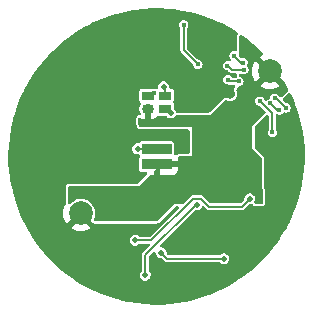
<source format=gbr>
%TF.GenerationSoftware,KiCad,Pcbnew,(6.0.1)*%
%TF.CreationDate,2023-03-20T17:09:28-07:00*%
%TF.ProjectId,NoteDetector,4e6f7465-4465-4746-9563-746f722e6b69,rev?*%
%TF.SameCoordinates,Original*%
%TF.FileFunction,Copper,L2,Bot*%
%TF.FilePolarity,Positive*%
%FSLAX46Y46*%
G04 Gerber Fmt 4.6, Leading zero omitted, Abs format (unit mm)*
G04 Created by KiCad (PCBNEW (6.0.1)) date 2023-03-20 17:09:28*
%MOMM*%
%LPD*%
G01*
G04 APERTURE LIST*
G04 Aperture macros list*
%AMRoundRect*
0 Rectangle with rounded corners*
0 $1 Rounding radius*
0 $2 $3 $4 $5 $6 $7 $8 $9 X,Y pos of 4 corners*
0 Add a 4 corners polygon primitive as box body*
4,1,4,$2,$3,$4,$5,$6,$7,$8,$9,$2,$3,0*
0 Add four circle primitives for the rounded corners*
1,1,$1+$1,$2,$3*
1,1,$1+$1,$4,$5*
1,1,$1+$1,$6,$7*
1,1,$1+$1,$8,$9*
0 Add four rect primitives between the rounded corners*
20,1,$1+$1,$2,$3,$4,$5,0*
20,1,$1+$1,$4,$5,$6,$7,0*
20,1,$1+$1,$6,$7,$8,$9,0*
20,1,$1+$1,$8,$9,$2,$3,0*%
G04 Aperture macros list end*
%TA.AperFunction,ComponentPad*%
%ADD10C,2.000000*%
%TD*%
%TA.AperFunction,SMDPad,CuDef*%
%ADD11RoundRect,0.090000X1.210000X0.360000X-1.210000X0.360000X-1.210000X-0.360000X1.210000X-0.360000X0*%
%TD*%
%TA.AperFunction,SMDPad,CuDef*%
%ADD12RoundRect,0.360000X0.140000X0.040000X-0.140000X0.040000X-0.140000X-0.040000X0.140000X-0.040000X0*%
%TD*%
%TA.AperFunction,SMDPad,CuDef*%
%ADD13R,1.000000X0.800000*%
%TD*%
%TA.AperFunction,ViaPad*%
%ADD14C,0.381000*%
%TD*%
%TA.AperFunction,ViaPad*%
%ADD15C,0.508000*%
%TD*%
%TA.AperFunction,ViaPad*%
%ADD16C,0.800000*%
%TD*%
%TA.AperFunction,Conductor*%
%ADD17C,0.152400*%
%TD*%
G04 APERTURE END LIST*
D10*
%TO.P,BT1,1,+*%
%TO.N,+BATT*%
X9599987Y7200017D03*
%TO.P,BT1,2,-*%
%TO.N,GND*%
X-6399991Y-4800011D03*
%TD*%
D11*
%TO.P,MK1,1,-*%
%TO.N,/Audio_raw*%
X0Y650000D03*
%TO.P,MK1,2,+*%
%TO.N,+BATT*%
X0Y-650000D03*
%TD*%
D12*
%TO.P,D1,1,A*%
%TO.N,+BATT*%
X-750000Y4050000D03*
D13*
%TO.P,D1,2,BK*%
%TO.N,Net-(C15-Pad1)*%
X750000Y4050000D03*
%TO.P,D1,3,GK*%
%TO.N,Net-(C14-Pad1)*%
X750000Y5150000D03*
%TO.P,D1,4,RK*%
%TO.N,Net-(C13-Pad1)*%
X-750000Y5150000D03*
%TD*%
D14*
%TO.N,GND*%
X-4200000Y1600000D03*
X-1850000Y2500000D03*
%TO.N,Net-(C13-Pad1)*%
X-208439Y5340929D03*
%TO.N,/PWM1*%
X2300000Y11150000D03*
X3500000Y7800000D03*
X6966200Y6350000D03*
X8740774Y4699918D03*
X6033800Y6500000D03*
X9800000Y2050000D03*
%TO.N,/PWM2*%
X6570346Y8529654D03*
X7327998Y7926019D03*
%TO.N,GND*%
X1450000Y8500000D03*
X-5800000Y5250000D03*
%TO.N,/PWM2*%
X9637382Y4496689D03*
X10403481Y3944173D03*
%TO.N,/PWM3*%
X10959202Y4111968D03*
X10000000Y4950000D03*
X7400000Y7350000D03*
X6000000Y7700000D03*
D15*
%TO.N,GND*%
X-2250000Y7900000D03*
D16*
X6224500Y5300000D03*
D15*
X2500000Y672334D03*
X7800000Y-6100000D03*
X3700000Y4000000D03*
D16*
X-8900000Y7950000D03*
D15*
%TO.N,+BATT*%
X-351116Y-5100000D03*
X5120300Y-3598080D03*
X6500000Y-3720300D03*
X6600000Y-2700000D03*
%TO.N,/Audio_In*%
X7894204Y-3574798D03*
X-1800000Y-7100000D03*
%TO.N,Net-(C6-Pad2)*%
X5700000Y-8650000D03*
X385746Y-8147003D03*
%TO.N,Net-(C7-Pad1)*%
X-950000Y-10050000D03*
X3400000Y-4100000D03*
%TO.N,/Audio_raw*%
X-1600000Y650000D03*
%TO.N,Net-(C14-Pad1)*%
X600000Y5900000D03*
%TO.N,Net-(C15-Pad1)*%
X1200000Y3700000D03*
%TD*%
D17*
%TO.N,/Audio_In*%
X4450000Y-4250000D02*
X7219002Y-4250000D01*
X3770289Y-3570289D02*
X4450000Y-4250000D01*
X-450000Y-7100000D02*
X3079711Y-3570289D01*
X3079711Y-3570289D02*
X3770289Y-3570289D01*
X-1800000Y-7100000D02*
X-450000Y-7100000D01*
X7219002Y-4250000D02*
X7894204Y-3574798D01*
%TO.N,Net-(C13-Pad1)*%
X-399368Y5150000D02*
X-208439Y5340929D01*
X-750000Y5150000D02*
X-399368Y5150000D01*
%TO.N,/PWM1*%
X2300000Y9000000D02*
X2300000Y11150000D01*
X3500000Y7800000D02*
X2300000Y9000000D01*
X6183800Y6350000D02*
X6033800Y6500000D01*
X6966200Y6350000D02*
X6183800Y6350000D01*
X9800000Y3012500D02*
X9800000Y3640692D01*
X9800000Y3640692D02*
X8740774Y4699918D01*
X9800000Y2050000D02*
X9800000Y3012500D01*
%TO.N,/PWM3*%
X6400000Y7350000D02*
X7400000Y7350000D01*
X6000000Y7700000D02*
X6050000Y7700000D01*
X6050000Y7700000D02*
X6400000Y7350000D01*
%TO.N,/PWM2*%
X7173981Y7926019D02*
X6570346Y8529654D01*
X7327998Y7926019D02*
X7173981Y7926019D01*
X10189898Y3944173D02*
X10403481Y3944173D01*
X9637382Y4496689D02*
X10189898Y3944173D01*
%TO.N,/PWM3*%
X10121170Y4950000D02*
X10959202Y4111968D01*
X10000000Y4950000D02*
X10121170Y4950000D01*
%TO.N,Net-(C6-Pad2)*%
X385746Y-8147003D02*
X888743Y-8650000D01*
X888743Y-8650000D02*
X5700000Y-8650000D01*
%TO.N,Net-(C7-Pad1)*%
X3300000Y-4100000D02*
X-950000Y-8350000D01*
X3400000Y-4100000D02*
X3300000Y-4100000D01*
X-950000Y-8350000D02*
X-950000Y-10050000D01*
%TO.N,/Audio_raw*%
X-1600000Y650000D02*
X0Y650000D01*
%TO.N,Net-(C14-Pad1)*%
X750000Y5750000D02*
X600000Y5900000D01*
X750000Y5150000D02*
X750000Y5750000D01*
%TO.N,Net-(C15-Pad1)*%
X850000Y4050000D02*
X1200000Y3700000D01*
X750000Y4050000D02*
X850000Y4050000D01*
%TD*%
%TA.AperFunction,Conductor*%
%TO.N,GND*%
G36*
X91116Y12547571D02*
G01*
X437748Y12535467D01*
X784389Y12523361D01*
X791394Y12522921D01*
X1482228Y12460050D01*
X1489214Y12459217D01*
X2175456Y12357882D01*
X2182386Y12356660D01*
X2861888Y12217178D01*
X2868738Y12215572D01*
X3539424Y12038369D01*
X3546174Y12036382D01*
X4205891Y11822027D01*
X4212520Y11819667D01*
X4859273Y11568808D01*
X4865759Y11566081D01*
X5067056Y11474769D01*
X5497482Y11279519D01*
X5503781Y11276447D01*
X6118549Y10955054D01*
X6124691Y10951621D01*
X6720528Y10596431D01*
X6726469Y10592661D01*
X6768125Y10564564D01*
X6824795Y10526340D01*
X6870084Y10471666D01*
X6878625Y10401186D01*
X6864302Y10360373D01*
X6828103Y10295657D01*
X6808101Y10227536D01*
X6800000Y10171190D01*
X6800000Y9036682D01*
X6779998Y8968561D01*
X6726342Y8922068D01*
X6654290Y8912233D01*
X6580139Y8923977D01*
X6570346Y8925528D01*
X6448014Y8906153D01*
X6337657Y8849923D01*
X6250077Y8762343D01*
X6193847Y8651986D01*
X6174472Y8529654D01*
X6193847Y8407322D01*
X6250077Y8296965D01*
X6269753Y8277289D01*
X6303779Y8214977D01*
X6298714Y8144162D01*
X6256167Y8087326D01*
X6189647Y8062515D01*
X6141671Y8072233D01*
X6140599Y8068933D01*
X6131166Y8071998D01*
X6122332Y8076499D01*
X6000000Y8095874D01*
X5877668Y8076499D01*
X5767311Y8020269D01*
X5679731Y7932689D01*
X5623501Y7822332D01*
X5604126Y7700000D01*
X5623501Y7577668D01*
X5679731Y7467311D01*
X5767311Y7379731D01*
X5877668Y7323501D01*
X5887461Y7321950D01*
X5990207Y7305677D01*
X6000000Y7304126D01*
X6003964Y7304754D01*
X6068941Y7285675D01*
X6089915Y7268772D01*
X6170544Y7188143D01*
X6171807Y7186680D01*
X6174013Y7182167D01*
X6182498Y7174296D01*
X6206928Y7151634D01*
X6210333Y7148354D01*
X6222542Y7136145D01*
X6226292Y7133573D01*
X6228282Y7131825D01*
X6249584Y7112065D01*
X6260392Y7107753D01*
X6266672Y7103783D01*
X6269578Y7102231D01*
X6276361Y7099225D01*
X6285956Y7092643D01*
X6307327Y7087572D01*
X6324930Y7082005D01*
X6337062Y7077164D01*
X6337065Y7077163D01*
X6345324Y7073868D01*
X6351117Y7073300D01*
X6354202Y7073300D01*
X6357269Y7073150D01*
X6357250Y7072770D01*
X6363312Y7072061D01*
X6363314Y7072098D01*
X6374927Y7071530D01*
X6386250Y7068843D01*
X6397779Y7070412D01*
X6397780Y7070412D01*
X6406515Y7071601D01*
X6410543Y7072149D01*
X6427533Y7073300D01*
X6678158Y7073300D01*
X6746279Y7053298D01*
X6792772Y6999642D01*
X6802875Y6929367D01*
X6800640Y6913824D01*
X6800639Y6913813D01*
X6800000Y6909367D01*
X6800000Y6845178D01*
X6800326Y6833766D01*
X6801147Y6819401D01*
X6802370Y6814140D01*
X6802371Y6814136D01*
X6802655Y6812914D01*
X6802624Y6812375D01*
X6803139Y6808793D01*
X6802413Y6808689D01*
X6798598Y6742033D01*
X6756865Y6684598D01*
X6749172Y6679731D01*
X6742343Y6674769D01*
X6733511Y6670269D01*
X6726500Y6663258D01*
X6718479Y6657430D01*
X6717644Y6658580D01*
X6664535Y6629579D01*
X6637752Y6626700D01*
X6485286Y6626700D01*
X6417165Y6646702D01*
X6373019Y6695498D01*
X6358571Y6723855D01*
X6358568Y6723859D01*
X6354069Y6732689D01*
X6266489Y6820269D01*
X6156132Y6876499D01*
X6033800Y6895874D01*
X5911468Y6876499D01*
X5801111Y6820269D01*
X5713531Y6732689D01*
X5657301Y6622332D01*
X5637926Y6500000D01*
X5657301Y6377668D01*
X5713531Y6267311D01*
X5801111Y6179731D01*
X5911468Y6123501D01*
X5921261Y6121950D01*
X6033800Y6104126D01*
X6033556Y6102582D01*
X6064957Y6095936D01*
X6069756Y6092644D01*
X6091132Y6087571D01*
X6108719Y6082008D01*
X6129124Y6073868D01*
X6134917Y6073300D01*
X6138002Y6073300D01*
X6141069Y6073150D01*
X6141050Y6072770D01*
X6147109Y6072061D01*
X6147111Y6072098D01*
X6158729Y6071530D01*
X6170050Y6068843D01*
X6181579Y6070412D01*
X6181580Y6070412D01*
X6190315Y6071601D01*
X6194343Y6072149D01*
X6211333Y6073300D01*
X6535079Y6073300D01*
X6603200Y6053298D01*
X6649693Y5999642D01*
X6659797Y5929368D01*
X6636049Y5871928D01*
X6603257Y5827999D01*
X6567450Y5760379D01*
X6555762Y5733802D01*
X6545345Y5645406D01*
X6546101Y5638374D01*
X6546101Y5638373D01*
X6547543Y5624965D01*
X6552934Y5574819D01*
X6567012Y5519662D01*
X6568732Y5515510D01*
X6608344Y5419877D01*
X6616857Y5388105D01*
X6626291Y5316446D01*
X6626291Y5283553D01*
X6616857Y5211897D01*
X6608344Y5180127D01*
X6580682Y5113344D01*
X6564240Y5084863D01*
X6520240Y5027521D01*
X6496984Y5004265D01*
X6439638Y4960262D01*
X6411152Y4943816D01*
X6344374Y4916156D01*
X6312603Y4907643D01*
X6268065Y4901779D01*
X6240944Y4898209D01*
X6208054Y4898209D01*
X6159161Y4904646D01*
X6136395Y4907643D01*
X6104623Y4916157D01*
X6012723Y4954224D01*
X6006361Y4957253D01*
X6006298Y4957120D01*
X6003254Y4958573D01*
X6003255Y4958573D01*
X5998082Y4961042D01*
X5928205Y4979888D01*
X5922498Y4980354D01*
X5922493Y4980355D01*
X5893339Y4982736D01*
X5857444Y4985668D01*
X5846155Y4985897D01*
X5841994Y4985982D01*
X5832985Y4986165D01*
X5747090Y4962827D01*
X5740846Y4959499D01*
X5688408Y4931550D01*
X5688403Y4931547D01*
X5684437Y4929433D01*
X5680812Y4926776D01*
X5680807Y4926773D01*
X5642157Y4898445D01*
X5642153Y4898441D01*
X5638523Y4895781D01*
X5635310Y4892632D01*
X5635305Y4892628D01*
X4838054Y4111322D01*
X4511909Y3791699D01*
X4455082Y3736009D01*
X4392429Y3702615D01*
X4366891Y3700000D01*
X1768415Y3700000D01*
X1700294Y3720002D01*
X1653801Y3773658D01*
X1643688Y3808136D01*
X1641991Y3819986D01*
X1640718Y3828875D01*
X1586832Y3947390D01*
X1501850Y4046017D01*
X1494319Y4050899D01*
X1493667Y4051467D01*
X1455485Y4111322D01*
X1450500Y4146413D01*
X1450500Y4469748D01*
X1438867Y4528231D01*
X1431974Y4538547D01*
X1427223Y4550017D01*
X1430937Y4551555D01*
X1416472Y4597751D01*
X1431312Y4648289D01*
X1427223Y4649983D01*
X1431974Y4661453D01*
X1438867Y4671769D01*
X1450500Y4730252D01*
X1450500Y5569748D01*
X1438867Y5628231D01*
X1394552Y5694552D01*
X1328231Y5738867D01*
X1316062Y5741288D01*
X1316061Y5741288D01*
X1275816Y5749293D01*
X1269748Y5750500D01*
X1184065Y5750500D01*
X1115944Y5770502D01*
X1069451Y5824158D01*
X1058717Y5886880D01*
X1059037Y5888781D01*
X1059174Y5900000D01*
X1040718Y6028875D01*
X997694Y6123501D01*
X990548Y6139218D01*
X990547Y6139220D01*
X986832Y6147390D01*
X901850Y6246017D01*
X792601Y6316828D01*
X667870Y6354130D01*
X658894Y6354185D01*
X658893Y6354185D01*
X605678Y6354510D01*
X537683Y6354926D01*
X412505Y6319150D01*
X302400Y6249679D01*
X216219Y6152097D01*
X212404Y6143972D01*
X212403Y6143970D01*
X177868Y6070412D01*
X160890Y6034249D01*
X140860Y5905610D01*
X142024Y5896708D01*
X142024Y5896705D01*
X152407Y5817308D01*
X141407Y5747168D01*
X94233Y5694111D01*
X25862Y5674980D01*
X-29733Y5688704D01*
X-77272Y5712927D01*
X-77276Y5712928D01*
X-86107Y5717428D01*
X-95897Y5718979D01*
X-95898Y5718979D01*
X-136516Y5725412D01*
X-162672Y5732789D01*
X-171769Y5738867D01*
X-230252Y5750500D01*
X-1269748Y5750500D01*
X-1275816Y5749293D01*
X-1316061Y5741288D01*
X-1316062Y5741288D01*
X-1328231Y5738867D01*
X-1394552Y5694552D01*
X-1438867Y5628231D01*
X-1450500Y5569748D01*
X-1450500Y4730252D01*
X-1438867Y4671769D01*
X-1394552Y4605448D01*
X-1384239Y4598557D01*
X-1384236Y4598554D01*
X-1378443Y4594683D01*
X-1332916Y4540206D01*
X-1324069Y4469762D01*
X-1348483Y4413216D01*
X-1379596Y4372668D01*
X-1436074Y4236320D01*
X-1450500Y4126741D01*
X-1450499Y3973260D01*
X-1449961Y3969175D01*
X-1449961Y3969171D01*
X-1437205Y3872268D01*
X-1436074Y3863680D01*
X-1379596Y3727331D01*
X-1374569Y3720780D01*
X-1374567Y3720776D01*
X-1351378Y3690555D01*
X-1325778Y3624335D01*
X-1340043Y3554786D01*
X-1389645Y3503990D01*
X-1434865Y3491427D01*
X-1434531Y3489101D01*
X-1504805Y3478997D01*
X-1506681Y3478609D01*
X-1506692Y3478607D01*
X-1512543Y3477396D01*
X-1528762Y3474041D01*
X-1607314Y3432183D01*
X-1660970Y3385690D01*
X-1678445Y3368568D01*
X-1721897Y3290886D01*
X-1741899Y3222765D01*
X-1750000Y3166419D01*
X-1750000Y2798888D01*
X-1749918Y2793163D01*
X-1749712Y2785970D01*
X-1738163Y2724485D01*
X-1736499Y2719822D01*
X-1717262Y2665906D01*
X-1717635Y2665773D01*
X-1712677Y2655175D01*
X-1712146Y2655374D01*
X-1709661Y2648754D01*
X-1707932Y2641891D01*
X-1704720Y2635588D01*
X-1670560Y2568544D01*
X-1662188Y2547704D01*
X-1652617Y2515946D01*
X-1612275Y2442686D01*
X-1565782Y2389030D01*
X-1548660Y2371555D01*
X-1470978Y2328103D01*
X-1437513Y2318277D01*
X-1407180Y2309370D01*
X-1407176Y2309369D01*
X-1402857Y2308101D01*
X-1398409Y2307461D01*
X-1398402Y2307460D01*
X-1350959Y2300639D01*
X-1350952Y2300639D01*
X-1346511Y2300000D01*
X2674000Y2300000D01*
X2742121Y2279998D01*
X2788614Y2226342D01*
X2800000Y2174000D01*
X2800000Y326000D01*
X2779998Y257879D01*
X2726342Y211386D01*
X2674000Y200000D01*
X1918656Y200000D01*
X1863452Y192231D01*
X1859219Y191016D01*
X1859217Y191015D01*
X1816428Y178727D01*
X1796597Y173032D01*
X1774636Y165315D01*
X1767383Y160132D01*
X1767380Y160130D01*
X1740277Y140760D01*
X1702220Y113562D01*
X1701620Y114402D01*
X1643421Y86494D01*
X1572971Y95280D01*
X1518454Y140760D01*
X1497179Y208494D01*
X1498005Y225440D01*
X1500500Y246842D01*
X1500500Y1053158D01*
X1497486Y1078489D01*
X1493649Y1087128D01*
X1493648Y1087131D01*
X1458277Y1166763D01*
X1458276Y1166764D01*
X1453556Y1177391D01*
X1376966Y1253847D01*
X1277987Y1297605D01*
X1261717Y1299502D01*
X1256797Y1300076D01*
X1256792Y1300076D01*
X1253158Y1300500D01*
X-1253158Y1300500D01*
X-1261745Y1299478D01*
X-1269097Y1298604D01*
X-1269100Y1298603D01*
X-1278489Y1297486D01*
X-1287128Y1293649D01*
X-1287131Y1293648D01*
X-1366763Y1258277D01*
X-1366764Y1258276D01*
X-1377391Y1253556D01*
X-1453847Y1176966D01*
X-1458552Y1166325D01*
X-1463456Y1159162D01*
X-1518446Y1114255D01*
X-1568189Y1104350D01*
X-1662317Y1104926D01*
X-1787495Y1069150D01*
X-1897600Y999679D01*
X-1983781Y902097D01*
X-1987596Y893972D01*
X-1987597Y893970D01*
X-1998019Y871771D01*
X-2039110Y784249D01*
X-2040491Y775380D01*
X-2052962Y695285D01*
X-2059140Y655610D01*
X-2042259Y526519D01*
X-1989826Y407355D01*
X-1906054Y307697D01*
X-1898586Y302726D01*
X-1898585Y302725D01*
X-1805150Y240528D01*
X-1805147Y240527D01*
X-1797680Y235556D01*
X-1789113Y232880D01*
X-1789112Y232879D01*
X-1765326Y225448D01*
X-1673413Y196733D01*
X-1664440Y196569D01*
X-1664437Y196568D01*
X-1564540Y194737D01*
X-1496798Y173489D01*
X-1463011Y140127D01*
X-1458279Y133241D01*
X-1453556Y122609D01*
X-1420051Y89163D01*
X-1385973Y26884D01*
X-1390976Y-43936D01*
X-1419894Y-89022D01*
X-1453847Y-123034D01*
X-1497605Y-222013D01*
X-1500500Y-246842D01*
X-1500500Y-1053158D01*
X-1497486Y-1078489D01*
X-1493649Y-1087128D01*
X-1493648Y-1087131D01*
X-1458277Y-1166763D01*
X-1453556Y-1177391D01*
X-1376966Y-1253847D01*
X-1277987Y-1297605D01*
X-1261717Y-1299502D01*
X-1256797Y-1300076D01*
X-1256792Y-1300076D01*
X-1253158Y-1300500D01*
X-887532Y-1300500D01*
X-819411Y-1320502D01*
X-772918Y-1374158D01*
X-762814Y-1444432D01*
X-792308Y-1509012D01*
X-798437Y-1515595D01*
X-1545937Y-2263095D01*
X-1608249Y-2297121D01*
X-1635032Y-2300000D01*
X-7374000Y-2300000D01*
X-7377346Y-2300360D01*
X-7377352Y-2300360D01*
X-7391436Y-2301874D01*
X-7416512Y-2304570D01*
X-7468854Y-2315956D01*
X-7478762Y-2318378D01*
X-7557314Y-2360236D01*
X-7610970Y-2406729D01*
X-7628445Y-2423851D01*
X-7671897Y-2501533D01*
X-7691899Y-2569654D01*
X-7692539Y-2574102D01*
X-7692540Y-2574109D01*
X-7697538Y-2608876D01*
X-7700000Y-2626000D01*
X-7700000Y-3892751D01*
X-7699102Y-3911680D01*
X-7696845Y-3935420D01*
X-7695160Y-3941171D01*
X-7695159Y-3941178D01*
X-7693776Y-3945900D01*
X-7693824Y-4016897D01*
X-7707263Y-4047150D01*
X-7745195Y-4109050D01*
X-7749679Y-4117850D01*
X-7836725Y-4327999D01*
X-7839774Y-4337384D01*
X-7892876Y-4558565D01*
X-7894419Y-4568312D01*
X-7912266Y-4795081D01*
X-7912266Y-4804941D01*
X-7894419Y-5031710D01*
X-7892876Y-5041457D01*
X-7839774Y-5262638D01*
X-7836725Y-5272023D01*
X-7749678Y-5482174D01*
X-7745196Y-5490969D01*
X-7642559Y-5658456D01*
X-7632101Y-5667918D01*
X-7623325Y-5664135D01*
X-6489086Y-4529896D01*
X-6426774Y-4495870D01*
X-6355959Y-4500935D01*
X-6310896Y-4529896D01*
X-5559783Y-5281009D01*
X-5525757Y-5343321D01*
X-5524139Y-5369782D01*
X-5523183Y-5369758D01*
X-5522994Y-5377159D01*
X-5523674Y-5384531D01*
X-5513570Y-5454805D01*
X-5508614Y-5478762D01*
X-5466756Y-5557314D01*
X-5420263Y-5610970D01*
X-5403141Y-5628445D01*
X-5325459Y-5671897D01*
X-5291994Y-5681723D01*
X-5261661Y-5690630D01*
X-5261657Y-5690631D01*
X-5257338Y-5691899D01*
X-5252890Y-5692539D01*
X-5252883Y-5692540D01*
X-5205440Y-5699361D01*
X-5205433Y-5699361D01*
X-5200992Y-5700000D01*
X-52190Y-5700000D01*
X-30814Y-5698854D01*
X-4031Y-5695975D01*
X70445Y-5672656D01*
X96450Y-5658456D01*
X128806Y-5640788D01*
X128811Y-5640785D01*
X132757Y-5638630D01*
X146362Y-5628445D01*
X174721Y-5607215D01*
X174723Y-5607213D01*
X178326Y-5604516D01*
X1545937Y-4236905D01*
X1608249Y-4202879D01*
X1635032Y-4200000D01*
X1754497Y-4200000D01*
X1822618Y-4220002D01*
X1869111Y-4273658D01*
X1879215Y-4343932D01*
X1849721Y-4408512D01*
X1843592Y-4415095D01*
X-527708Y-6786395D01*
X-590020Y-6820421D01*
X-616803Y-6823300D01*
X-1380670Y-6823300D01*
X-1448791Y-6803298D01*
X-1476119Y-6779551D01*
X-1498150Y-6753983D01*
X-1607399Y-6683172D01*
X-1732130Y-6645870D01*
X-1741106Y-6645815D01*
X-1741107Y-6645815D01*
X-1794322Y-6645490D01*
X-1862317Y-6645074D01*
X-1987495Y-6680850D01*
X-2097600Y-6750321D01*
X-2183781Y-6847903D01*
X-2187596Y-6856028D01*
X-2187597Y-6856030D01*
X-2228878Y-6943957D01*
X-2239110Y-6965751D01*
X-2259140Y-7094390D01*
X-2242259Y-7223481D01*
X-2189826Y-7342645D01*
X-2106054Y-7442303D01*
X-2098586Y-7447274D01*
X-2098585Y-7447275D01*
X-2005150Y-7509472D01*
X-2005147Y-7509473D01*
X-1997680Y-7514444D01*
X-1989113Y-7517120D01*
X-1989112Y-7517121D01*
X-1967829Y-7523770D01*
X-1873413Y-7553267D01*
X-1864440Y-7553431D01*
X-1864437Y-7553432D01*
X-1807210Y-7554481D01*
X-1743245Y-7555653D01*
X-1691083Y-7541432D01*
X-1626299Y-7523770D01*
X-1626297Y-7523769D01*
X-1617640Y-7521409D01*
X-1506694Y-7453288D01*
X-1474884Y-7418145D01*
X-1414341Y-7381063D01*
X-1381469Y-7376700D01*
X-672203Y-7376700D01*
X-604082Y-7396702D01*
X-557589Y-7450358D01*
X-547485Y-7520632D01*
X-576979Y-7585212D01*
X-583108Y-7591795D01*
X-1111857Y-8120544D01*
X-1113320Y-8121807D01*
X-1117833Y-8124013D01*
X-1125704Y-8132498D01*
X-1148366Y-8156928D01*
X-1151646Y-8160333D01*
X-1163855Y-8172542D01*
X-1166427Y-8176292D01*
X-1168175Y-8178282D01*
X-1180023Y-8191054D01*
X-1180024Y-8191056D01*
X-1187935Y-8199584D01*
X-1192246Y-8210389D01*
X-1196211Y-8216662D01*
X-1197768Y-8219578D01*
X-1200775Y-8226363D01*
X-1207356Y-8235956D01*
X-1210042Y-8247272D01*
X-1210042Y-8247273D01*
X-1212429Y-8257332D01*
X-1217992Y-8274919D01*
X-1226132Y-8295324D01*
X-1226700Y-8301117D01*
X-1226700Y-8304202D01*
X-1226850Y-8307269D01*
X-1227230Y-8307250D01*
X-1227939Y-8313309D01*
X-1227902Y-8313311D01*
X-1228470Y-8324929D01*
X-1231157Y-8336250D01*
X-1229588Y-8347779D01*
X-1229588Y-8347780D01*
X-1227851Y-8360542D01*
X-1226700Y-8377533D01*
X-1226700Y-9628982D01*
X-1246702Y-9697103D01*
X-1258259Y-9712389D01*
X-1327836Y-9791170D01*
X-1327840Y-9791176D01*
X-1333781Y-9797903D01*
X-1389110Y-9915751D01*
X-1390491Y-9924620D01*
X-1401427Y-9994857D01*
X-1409140Y-10044390D01*
X-1407976Y-10053292D01*
X-1407976Y-10053295D01*
X-1401632Y-10101808D01*
X-1392259Y-10173481D01*
X-1339826Y-10292645D01*
X-1256054Y-10392303D01*
X-1248586Y-10397274D01*
X-1248585Y-10397275D01*
X-1155150Y-10459472D01*
X-1155147Y-10459473D01*
X-1147680Y-10464444D01*
X-1139113Y-10467120D01*
X-1139112Y-10467121D01*
X-1117829Y-10473770D01*
X-1023413Y-10503267D01*
X-1014440Y-10503431D01*
X-1014437Y-10503432D01*
X-957210Y-10504481D01*
X-893245Y-10505653D01*
X-841083Y-10491432D01*
X-776299Y-10473770D01*
X-776297Y-10473769D01*
X-767640Y-10471409D01*
X-656694Y-10403288D01*
X-569328Y-10306767D01*
X-557062Y-10281451D01*
X-516478Y-10197685D01*
X-516478Y-10197684D01*
X-512563Y-10189604D01*
X-490963Y-10061219D01*
X-490826Y-10050000D01*
X-509282Y-9921125D01*
X-563168Y-9802610D01*
X-642754Y-9710245D01*
X-672067Y-9645585D01*
X-673300Y-9628000D01*
X-673300Y-8516803D01*
X-653298Y-8448682D01*
X-636395Y-8427708D01*
X-286257Y-8077570D01*
X-223945Y-8043544D01*
X-153130Y-8048609D01*
X-96294Y-8091156D01*
X-72226Y-8150327D01*
X-59009Y-8251395D01*
X-56513Y-8270484D01*
X-4080Y-8389648D01*
X79692Y-8489306D01*
X87160Y-8494277D01*
X87161Y-8494278D01*
X180596Y-8556475D01*
X180599Y-8556476D01*
X188066Y-8561447D01*
X196633Y-8564123D01*
X196634Y-8564124D01*
X243503Y-8578766D01*
X312333Y-8600270D01*
X321306Y-8600434D01*
X321309Y-8600435D01*
X399395Y-8601866D01*
X467138Y-8623113D01*
X486181Y-8638750D01*
X659284Y-8811853D01*
X660550Y-8813319D01*
X662756Y-8817833D01*
X671238Y-8825701D01*
X695684Y-8848378D01*
X699089Y-8851658D01*
X711285Y-8863854D01*
X715032Y-8866424D01*
X717003Y-8868155D01*
X729797Y-8880023D01*
X729800Y-8880025D01*
X738327Y-8887935D01*
X749132Y-8892246D01*
X755395Y-8896205D01*
X758329Y-8897772D01*
X765106Y-8900775D01*
X774699Y-8907356D01*
X794596Y-8912078D01*
X796067Y-8912427D01*
X813663Y-8917992D01*
X825807Y-8922837D01*
X825810Y-8922838D01*
X834067Y-8926132D01*
X839860Y-8926700D01*
X842943Y-8926700D01*
X846012Y-8926850D01*
X845993Y-8927230D01*
X852051Y-8927939D01*
X852053Y-8927902D01*
X863671Y-8928470D01*
X874992Y-8931157D01*
X886521Y-8929588D01*
X886522Y-8929588D01*
X895257Y-8928399D01*
X899285Y-8927851D01*
X916275Y-8926700D01*
X5280113Y-8926700D01*
X5348234Y-8946702D01*
X5376561Y-8971621D01*
X5393946Y-8992303D01*
X5401414Y-8997274D01*
X5401415Y-8997275D01*
X5494850Y-9059472D01*
X5494853Y-9059473D01*
X5502320Y-9064444D01*
X5510887Y-9067120D01*
X5510888Y-9067121D01*
X5532171Y-9073770D01*
X5626587Y-9103267D01*
X5635560Y-9103431D01*
X5635563Y-9103432D01*
X5692790Y-9104481D01*
X5756755Y-9105653D01*
X5825507Y-9086909D01*
X5873701Y-9073770D01*
X5873703Y-9073769D01*
X5882360Y-9071409D01*
X5993306Y-9003288D01*
X6044525Y-8946702D01*
X6074644Y-8913427D01*
X6074645Y-8913426D01*
X6080672Y-8906767D01*
X6085790Y-8896205D01*
X6133522Y-8797685D01*
X6133522Y-8797684D01*
X6137437Y-8789604D01*
X6159037Y-8661219D01*
X6159174Y-8650000D01*
X6140718Y-8521125D01*
X6107780Y-8448682D01*
X6090548Y-8410782D01*
X6090547Y-8410780D01*
X6086832Y-8402610D01*
X6013470Y-8317469D01*
X6007713Y-8310787D01*
X6007712Y-8310786D01*
X6001850Y-8303983D01*
X5892601Y-8233172D01*
X5767870Y-8195870D01*
X5758894Y-8195815D01*
X5758893Y-8195815D01*
X5705678Y-8195490D01*
X5637683Y-8195074D01*
X5512505Y-8230850D01*
X5504918Y-8235637D01*
X5504916Y-8235638D01*
X5463793Y-8261585D01*
X5402400Y-8300321D01*
X5396458Y-8307049D01*
X5396457Y-8307050D01*
X5375563Y-8330708D01*
X5315477Y-8368526D01*
X5281122Y-8373300D01*
X1055546Y-8373300D01*
X987425Y-8353298D01*
X966451Y-8336395D01*
X881451Y-8251395D01*
X847425Y-8189083D01*
X845500Y-8158231D01*
X844783Y-8158222D01*
X844861Y-8151863D01*
X844861Y-8151859D01*
X844920Y-8147003D01*
X826464Y-8018128D01*
X772578Y-7899613D01*
X687596Y-7800986D01*
X578347Y-7730175D01*
X453616Y-7692873D01*
X444639Y-7692818D01*
X444638Y-7692818D01*
X402171Y-7692558D01*
X334174Y-7672139D01*
X288011Y-7618200D01*
X278338Y-7547865D01*
X308226Y-7483466D01*
X313848Y-7477465D01*
X3205904Y-4585409D01*
X3268216Y-4551383D01*
X3315143Y-4550125D01*
X3318023Y-4550591D01*
X3326587Y-4553267D01*
X3456755Y-4555653D01*
X3546605Y-4531157D01*
X3573701Y-4523770D01*
X3573703Y-4523769D01*
X3582360Y-4521409D01*
X3669060Y-4468175D01*
X3685658Y-4457984D01*
X3685659Y-4457984D01*
X3693306Y-4453288D01*
X3712373Y-4432223D01*
X3774644Y-4363427D01*
X3774645Y-4363426D01*
X3780672Y-4356767D01*
X3820287Y-4275003D01*
X3829020Y-4256977D01*
X3876722Y-4204394D01*
X3945281Y-4185948D01*
X4012928Y-4207495D01*
X4031507Y-4222820D01*
X4220544Y-4411857D01*
X4221807Y-4413320D01*
X4224013Y-4417833D01*
X4232498Y-4425704D01*
X4256928Y-4448366D01*
X4260333Y-4451646D01*
X4272542Y-4463855D01*
X4276292Y-4466427D01*
X4278282Y-4468175D01*
X4299584Y-4487935D01*
X4310392Y-4492247D01*
X4316672Y-4496217D01*
X4319578Y-4497769D01*
X4326361Y-4500775D01*
X4335956Y-4507357D01*
X4357327Y-4512428D01*
X4374930Y-4517995D01*
X4387062Y-4522836D01*
X4387065Y-4522837D01*
X4395324Y-4526132D01*
X4401117Y-4526700D01*
X4404202Y-4526700D01*
X4407269Y-4526850D01*
X4407250Y-4527230D01*
X4413312Y-4527939D01*
X4413314Y-4527902D01*
X4424927Y-4528470D01*
X4436250Y-4531157D01*
X4447779Y-4529588D01*
X4447780Y-4529588D01*
X4459161Y-4528039D01*
X4460543Y-4527851D01*
X4477533Y-4526700D01*
X7171202Y-4526700D01*
X7173129Y-4526841D01*
X7177881Y-4528473D01*
X7189442Y-4528039D01*
X7222738Y-4526789D01*
X7227465Y-4526700D01*
X7244738Y-4526700D01*
X7249210Y-4525867D01*
X7251843Y-4525696D01*
X7280887Y-4524606D01*
X7291576Y-4520014D01*
X7298817Y-4518382D01*
X7301980Y-4517421D01*
X7308904Y-4514750D01*
X7320339Y-4512620D01*
X7330238Y-4506518D01*
X7330244Y-4506516D01*
X7339045Y-4501091D01*
X7355414Y-4492588D01*
X7367426Y-4487427D01*
X7367427Y-4487426D01*
X7375595Y-4483917D01*
X7380093Y-4480222D01*
X7382283Y-4478032D01*
X7384545Y-4475981D01*
X7384801Y-4476263D01*
X7389591Y-4472476D01*
X7389567Y-4472449D01*
X7398184Y-4464636D01*
X7408087Y-4458531D01*
X7422928Y-4439014D01*
X7434129Y-4426186D01*
X7794179Y-4066136D01*
X7856491Y-4032110D01*
X7885580Y-4029252D01*
X7950959Y-4030451D01*
X7999482Y-4017222D01*
X8070462Y-4018601D01*
X8128405Y-4057450D01*
X8128562Y-4057314D01*
X8130505Y-4059556D01*
X8130507Y-4059559D01*
X8153192Y-4085739D01*
X8175055Y-4110970D01*
X8192177Y-4128445D01*
X8269859Y-4171897D01*
X8293488Y-4178835D01*
X8333657Y-4190630D01*
X8333661Y-4190631D01*
X8337980Y-4191899D01*
X8342428Y-4192539D01*
X8342435Y-4192540D01*
X8389878Y-4199361D01*
X8389885Y-4199361D01*
X8394326Y-4200000D01*
X8870727Y-4200000D01*
X8874279Y-4199595D01*
X8874280Y-4199595D01*
X8912191Y-4195273D01*
X8912194Y-4195273D01*
X8915742Y-4194868D01*
X8919221Y-4194064D01*
X8919223Y-4194064D01*
X8970006Y-4182333D01*
X8970020Y-4182330D01*
X8971005Y-4182102D01*
X8971970Y-4181846D01*
X8972000Y-4181839D01*
X8973940Y-4181325D01*
X8983341Y-4178835D01*
X9060794Y-4134977D01*
X9066014Y-4130214D01*
X9066017Y-4130212D01*
X9111817Y-4088423D01*
X9111828Y-4088413D01*
X9113240Y-4087124D01*
X9130268Y-4069561D01*
X9171715Y-3990792D01*
X9189965Y-3922181D01*
X9196620Y-3865643D01*
X9194923Y-3799431D01*
X9139547Y-1639778D01*
X9135392Y-1477733D01*
X9101223Y-145158D01*
X9099852Y-126354D01*
X9098460Y-114802D01*
X9097730Y-108745D01*
X9097729Y-108743D01*
X9097014Y-102806D01*
X9073987Y-30888D01*
X9039964Y31421D01*
X9005849Y76993D01*
X8336905Y745937D01*
X8302879Y808249D01*
X8300000Y835032D01*
X8300000Y2414968D01*
X8320002Y2483089D01*
X8336905Y2504063D01*
X9308205Y3475363D01*
X9370517Y3509389D01*
X9441332Y3504324D01*
X9498168Y3461777D01*
X9522979Y3395257D01*
X9523300Y3386268D01*
X9523300Y2378448D01*
X9503298Y2310327D01*
X9487360Y2290551D01*
X9486741Y2289699D01*
X9479731Y2282689D01*
X9423501Y2172332D01*
X9404126Y2050000D01*
X9423501Y1927668D01*
X9479731Y1817311D01*
X9567311Y1729731D01*
X9677668Y1673501D01*
X9800000Y1654126D01*
X9922332Y1673501D01*
X10032689Y1729731D01*
X10120269Y1817311D01*
X10176499Y1927668D01*
X10195874Y2050000D01*
X10176499Y2172332D01*
X10120269Y2282689D01*
X10113257Y2289701D01*
X10107430Y2297721D01*
X10108580Y2298556D01*
X10079579Y2351665D01*
X10076700Y2378448D01*
X10076700Y3466232D01*
X10096702Y3534353D01*
X10150358Y3580846D01*
X10220632Y3590950D01*
X10259901Y3578500D01*
X10272314Y3572175D01*
X10272318Y3572174D01*
X10281149Y3567674D01*
X10290942Y3566123D01*
X10377184Y3552464D01*
X10403481Y3548299D01*
X10429779Y3552464D01*
X10516020Y3566123D01*
X10525813Y3567674D01*
X10636170Y3623904D01*
X10716227Y3703961D01*
X10778539Y3737987D01*
X10836807Y3735072D01*
X10836870Y3735469D01*
X10959202Y3716094D01*
X11081534Y3735469D01*
X11191891Y3791699D01*
X11279471Y3879279D01*
X11325274Y3969171D01*
X11331200Y3980802D01*
X11331200Y3980803D01*
X11335701Y3989636D01*
X11355076Y4111968D01*
X11335701Y4234300D01*
X11279471Y4344657D01*
X11191891Y4432237D01*
X11081534Y4488467D01*
X10994218Y4502296D01*
X10930065Y4532708D01*
X10924833Y4537650D01*
X10736757Y4725726D01*
X10702731Y4788038D01*
X10707796Y4858853D01*
X10739487Y4901187D01*
X10736758Y4903916D01*
X11167601Y5334759D01*
X11229913Y5368785D01*
X11300728Y5363720D01*
X11357564Y5321173D01*
X11371803Y5296913D01*
X11599776Y4784878D01*
X11602457Y4778372D01*
X11848783Y4129914D01*
X11851097Y4123270D01*
X11899980Y3969171D01*
X12055597Y3478607D01*
X12060851Y3462044D01*
X12062786Y3455294D01*
X12234639Y2785970D01*
X12235299Y2783400D01*
X12236856Y2776548D01*
X12315772Y2377989D01*
X12371592Y2096078D01*
X12372766Y2089141D01*
X12469311Y1402191D01*
X12470095Y1395198D01*
X12528140Y703959D01*
X12528533Y696934D01*
X12547926Y2642D01*
X12547963Y-2635D01*
X12543145Y-347717D01*
X12542961Y-352992D01*
X12504188Y-1046481D01*
X12503599Y-1053492D01*
X12426275Y-1742859D01*
X12425296Y-1749823D01*
X12331346Y-2305288D01*
X12309614Y-2433772D01*
X12308250Y-2440666D01*
X12215610Y-2848423D01*
X12154562Y-3117128D01*
X12152812Y-3123943D01*
X11961603Y-3790765D01*
X11959479Y-3797460D01*
X11731668Y-4451646D01*
X11731355Y-4452546D01*
X11728860Y-4459116D01*
X11492853Y-5031710D01*
X11464509Y-5100478D01*
X11461650Y-5106900D01*
X11177991Y-5698945D01*
X11161919Y-5732489D01*
X11158708Y-5738737D01*
X11003917Y-6020301D01*
X10824515Y-6346632D01*
X10820954Y-6352701D01*
X10453349Y-6940991D01*
X10449481Y-6946814D01*
X10075147Y-7477465D01*
X10049604Y-7513675D01*
X10045395Y-7519301D01*
X9880297Y-7727603D01*
X9614510Y-8062943D01*
X9609987Y-8068333D01*
X9149438Y-8587061D01*
X9144622Y-8592190D01*
X8948582Y-8789604D01*
X8672997Y-9067121D01*
X8655818Y-9084420D01*
X8650729Y-9089266D01*
X8135226Y-9553427D01*
X8129886Y-9557972D01*
X7956842Y-9697103D01*
X7589256Y-9992649D01*
X7583652Y-9996903D01*
X7019586Y-10400735D01*
X7013785Y-10404647D01*
X6428086Y-10776343D01*
X6422045Y-10779944D01*
X5929858Y-11055019D01*
X5816517Y-11118363D01*
X5810289Y-11121620D01*
X5186800Y-11425715D01*
X5180392Y-11428622D01*
X4540902Y-11697438D01*
X4534342Y-11699982D01*
X4366660Y-11759691D01*
X3880860Y-11932676D01*
X3874190Y-11934844D01*
X3591424Y-12018067D01*
X3208702Y-12130708D01*
X3201899Y-12132505D01*
X2526557Y-12290905D01*
X2519665Y-12292320D01*
X2282094Y-12334211D01*
X1836500Y-12412781D01*
X1829574Y-12413803D01*
X1140733Y-12495943D01*
X1133741Y-12496578D01*
X441422Y-12540136D01*
X434423Y-12540380D01*
X53936Y-12543037D01*
X-259260Y-12545223D01*
X-266294Y-12545076D01*
X-732091Y-12522295D01*
X-959164Y-12511189D01*
X-966167Y-12510650D01*
X-1656060Y-12438140D01*
X-1663035Y-12437209D01*
X-2347777Y-12326304D01*
X-2354688Y-12324986D01*
X-2892911Y-12206651D01*
X-3032218Y-12176022D01*
X-3039026Y-12174324D01*
X-3707142Y-11987783D01*
X-3713864Y-11985703D01*
X-4370562Y-11762144D01*
X-4377156Y-11759691D01*
X-4672155Y-11640504D01*
X-5020324Y-11499835D01*
X-5026756Y-11497026D01*
X-5654417Y-11201670D01*
X-5660696Y-11198499D01*
X-6270907Y-10868559D01*
X-6277000Y-10865041D01*
X-6867825Y-10501563D01*
X-6873713Y-10497710D01*
X-7443340Y-10101808D01*
X-7449003Y-10097632D01*
X-7995617Y-9670571D01*
X-8001039Y-9666086D01*
X-8522971Y-9209169D01*
X-8528134Y-9204389D01*
X-8631396Y-9103267D01*
X-8828712Y-8910042D01*
X-9023774Y-8719023D01*
X-9028661Y-8713961D01*
X-9496394Y-8201728D01*
X-9500992Y-8196402D01*
X-9939428Y-7658826D01*
X-9943721Y-7653251D01*
X-10351459Y-7092048D01*
X-10355434Y-7086242D01*
X-10526744Y-6820421D01*
X-10731210Y-6503152D01*
X-10734839Y-6497162D01*
X-10998700Y-6032681D01*
X-7267831Y-6032681D01*
X-7262104Y-6040331D01*
X-7090949Y-6145216D01*
X-7082154Y-6149698D01*
X-6872003Y-6236745D01*
X-6862618Y-6239794D01*
X-6641437Y-6292896D01*
X-6631690Y-6294439D01*
X-6404921Y-6312286D01*
X-6395061Y-6312286D01*
X-6168292Y-6294439D01*
X-6158545Y-6292896D01*
X-5937364Y-6239794D01*
X-5927979Y-6236745D01*
X-5717828Y-6149698D01*
X-5709033Y-6145216D01*
X-5541546Y-6042579D01*
X-5532084Y-6032121D01*
X-5535867Y-6023345D01*
X-6387179Y-5172033D01*
X-6401123Y-5164419D01*
X-6402956Y-5164550D01*
X-6409571Y-5168801D01*
X-7261071Y-6020301D01*
X-7267831Y-6032681D01*
X-10998700Y-6032681D01*
X-11077488Y-5893988D01*
X-11080788Y-5887783D01*
X-11174321Y-5699361D01*
X-11389231Y-5266429D01*
X-11392180Y-5260047D01*
X-11460571Y-5100478D01*
X-11665453Y-4622452D01*
X-11668040Y-4615916D01*
X-11905293Y-3964068D01*
X-11907514Y-3957392D01*
X-12108009Y-3293323D01*
X-12109854Y-3286533D01*
X-12150006Y-3120561D01*
X-12187727Y-2964641D01*
X-12272968Y-2612297D01*
X-12274431Y-2605415D01*
X-12330419Y-2300360D01*
X-12399658Y-1923112D01*
X-12400732Y-1916168D01*
X-12421745Y-1749827D01*
X-12487671Y-1227968D01*
X-12488358Y-1220965D01*
X-12536747Y-528973D01*
X-12537042Y-521943D01*
X-12546728Y171692D01*
X-12546629Y178727D01*
X-12517582Y871771D01*
X-12517092Y878791D01*
X-12449398Y1569183D01*
X-12448516Y1576163D01*
X-12424742Y1729731D01*
X-12342394Y2261672D01*
X-12341124Y2268593D01*
X-12196897Y2947128D01*
X-12195242Y2953967D01*
X-12121037Y3227088D01*
X-12013363Y3623393D01*
X-12011333Y3630115D01*
X-12011066Y3630915D01*
X-11792377Y4288320D01*
X-11789971Y4294932D01*
X-11534604Y4939914D01*
X-11531832Y4946381D01*
X-11358654Y5321173D01*
X-11240858Y5576106D01*
X-11237734Y5582399D01*
X-11219835Y5616061D01*
X-10912074Y6194876D01*
X-10908603Y6200987D01*
X-10885452Y6239213D01*
X-10549252Y6794347D01*
X-10545441Y6800260D01*
X-10153534Y7372624D01*
X-10149401Y7378312D01*
X-9726144Y7927922D01*
X-9721697Y7933375D01*
X-9356888Y8356011D01*
X-9268437Y8458482D01*
X-9263699Y8463672D01*
X-9227290Y8501374D01*
X-8834902Y8907704D01*
X-8781823Y8962669D01*
X-8776796Y8967592D01*
X-8267814Y9438914D01*
X-8262540Y9443532D01*
X-7728010Y9885734D01*
X-7722505Y9890034D01*
X-7164130Y10301704D01*
X-7158359Y10305714D01*
X-7074832Y10360372D01*
X-6577921Y10685542D01*
X-6571928Y10689229D01*
X-5971189Y11036065D01*
X-5965000Y11039412D01*
X-5746074Y11150000D01*
X1904126Y11150000D01*
X1923501Y11027668D01*
X1979731Y10917311D01*
X1986743Y10910299D01*
X1992570Y10902279D01*
X1991420Y10901444D01*
X2020421Y10848335D01*
X2023300Y10821552D01*
X2023300Y9047800D01*
X2023159Y9045873D01*
X2021527Y9041121D01*
X2021961Y9029560D01*
X2023211Y8996264D01*
X2023300Y8991537D01*
X2023300Y8974264D01*
X2024133Y8969792D01*
X2024304Y8967159D01*
X2025394Y8938115D01*
X2029986Y8927426D01*
X2031618Y8920185D01*
X2032579Y8917022D01*
X2035250Y8910098D01*
X2037380Y8898663D01*
X2043482Y8888764D01*
X2043484Y8888758D01*
X2048909Y8879957D01*
X2057412Y8863588D01*
X2066083Y8843407D01*
X2069778Y8838909D01*
X2071968Y8836719D01*
X2074019Y8834457D01*
X2073737Y8834201D01*
X2077524Y8829411D01*
X2077551Y8829435D01*
X2085364Y8820818D01*
X2091469Y8810915D01*
X2110986Y8796074D01*
X2123814Y8784873D01*
X3074318Y7834369D01*
X3108344Y7772057D01*
X3109671Y7764989D01*
X3123501Y7677668D01*
X3128002Y7668835D01*
X3128002Y7668834D01*
X3136665Y7651832D01*
X3179731Y7567311D01*
X3267311Y7479731D01*
X3377668Y7423501D01*
X3500000Y7404126D01*
X3622332Y7423501D01*
X3732689Y7479731D01*
X3820269Y7567311D01*
X3863335Y7651832D01*
X3871998Y7668834D01*
X3871998Y7668835D01*
X3876499Y7677668D01*
X3895874Y7800000D01*
X3876499Y7922332D01*
X3820269Y8032689D01*
X3732689Y8120269D01*
X3622332Y8176499D01*
X3535016Y8190328D01*
X3470863Y8220740D01*
X3465631Y8225682D01*
X2613605Y9077708D01*
X2579579Y9140020D01*
X2576700Y9166803D01*
X2576700Y10821552D01*
X2596702Y10889673D01*
X2612640Y10909449D01*
X2613259Y10910301D01*
X2620269Y10917311D01*
X2676499Y11027668D01*
X2695874Y11150000D01*
X2676499Y11272332D01*
X2620269Y11382689D01*
X2532689Y11470269D01*
X2422332Y11526499D01*
X2300000Y11545874D01*
X2177668Y11526499D01*
X2067311Y11470269D01*
X1979731Y11382689D01*
X1923501Y11272332D01*
X1904126Y11150000D01*
X-5746074Y11150000D01*
X-5345819Y11352184D01*
X-5339452Y11355180D01*
X-5260438Y11389700D01*
X-4703791Y11632893D01*
X-4697267Y11635529D01*
X-4198720Y11820937D01*
X-4047074Y11877334D01*
X-4040424Y11879597D01*
X-3527514Y12038369D01*
X-3377765Y12084724D01*
X-3370988Y12086616D01*
X-2697915Y12254432D01*
X-2691043Y12255943D01*
X-2440146Y12303804D01*
X-2009630Y12385930D01*
X-2002716Y12387049D01*
X-1632187Y12436489D01*
X-1315120Y12478794D01*
X-1308123Y12479530D01*
X-846662Y12515037D01*
X-616460Y12532750D01*
X-609439Y12533093D01*
X-480103Y12535802D01*
X84080Y12547620D01*
X91116Y12547571D01*
G37*
%TD.AperFunction*%
%TD*%
%TA.AperFunction,Conductor*%
%TO.N,+BATT*%
G36*
X7196458Y10275649D02*
G01*
X7301563Y10204755D01*
X7307282Y10200661D01*
X7808739Y9820035D01*
X7859819Y9781263D01*
X7865300Y9776857D01*
X8393578Y9327256D01*
X8398789Y9322564D01*
X8901157Y8844166D01*
X8906097Y8839191D01*
X8923866Y8820269D01*
X8980301Y8760172D01*
X9012352Y8696821D01*
X9005065Y8626200D01*
X8960754Y8570729D01*
X8936671Y8557511D01*
X8917827Y8549705D01*
X8909029Y8545222D01*
X8741542Y8442585D01*
X8732080Y8432127D01*
X8735863Y8423351D01*
X10816590Y6342624D01*
X10836171Y6317290D01*
X10888752Y6227668D01*
X10994121Y6048070D01*
X10997506Y6041912D01*
X11157291Y5731006D01*
X11170638Y5661278D01*
X11144168Y5595401D01*
X11134319Y5584319D01*
X10595337Y5045337D01*
X10533025Y5011311D01*
X10462210Y5016376D01*
X10417147Y5045337D01*
X10376429Y5086055D01*
X10353257Y5117947D01*
X10348304Y5127668D01*
X10320269Y5182689D01*
X10232689Y5270269D01*
X10122332Y5326499D01*
X10000000Y5345874D01*
X9877668Y5326499D01*
X9767311Y5270269D01*
X9679731Y5182689D01*
X9651696Y5127668D01*
X9635455Y5095792D01*
X9623501Y5072332D01*
X9621950Y5062541D01*
X9621950Y5062540D01*
X9607939Y4974076D01*
X9577527Y4909923D01*
X9523239Y4874485D01*
X9515050Y4873188D01*
X9404693Y4816958D01*
X9332155Y4744420D01*
X9269843Y4710394D01*
X9199028Y4715459D01*
X9142192Y4758006D01*
X9123011Y4803389D01*
X9121889Y4803024D01*
X9118824Y4812458D01*
X9117273Y4822250D01*
X9061043Y4932607D01*
X8973463Y5020187D01*
X8863106Y5076417D01*
X8740774Y5095792D01*
X8618442Y5076417D01*
X8508085Y5020187D01*
X8420505Y4932607D01*
X8364275Y4822250D01*
X8344900Y4699918D01*
X8364275Y4577586D01*
X8420505Y4467229D01*
X8508085Y4379649D01*
X8618442Y4323419D01*
X8628235Y4321868D01*
X8705757Y4309590D01*
X8769910Y4279178D01*
X8775142Y4274236D01*
X9210594Y3838784D01*
X9244620Y3776472D01*
X9239555Y3705657D01*
X9210594Y3660594D01*
X8100000Y2550000D01*
X8100000Y700000D01*
X8864428Y-64428D01*
X8898451Y-126737D01*
X8901289Y-150285D01*
X8939613Y-1644905D01*
X8996686Y-3870770D01*
X8978436Y-3939381D01*
X8925990Y-3987234D01*
X8870727Y-4000000D01*
X8394326Y-4000000D01*
X8326205Y-3979998D01*
X8279712Y-3926342D01*
X8269608Y-3856068D01*
X8280934Y-3819062D01*
X8327726Y-3722483D01*
X8327726Y-3722482D01*
X8331641Y-3714402D01*
X8353241Y-3586017D01*
X8353378Y-3574798D01*
X8334922Y-3445923D01*
X8301276Y-3371923D01*
X8284752Y-3335580D01*
X8284751Y-3335578D01*
X8281036Y-3327408D01*
X8196054Y-3228781D01*
X8086805Y-3157970D01*
X7962074Y-3120668D01*
X7953098Y-3120613D01*
X7953097Y-3120613D01*
X7899882Y-3120288D01*
X7831887Y-3119872D01*
X7706709Y-3155648D01*
X7596604Y-3225119D01*
X7510423Y-3322701D01*
X7506608Y-3330826D01*
X7506607Y-3330828D01*
X7482923Y-3381275D01*
X7455094Y-3440549D01*
X7435064Y-3569188D01*
X7436228Y-3578092D01*
X7436119Y-3587064D01*
X7433242Y-3587029D01*
X7424515Y-3642715D01*
X7399668Y-3678021D01*
X7141294Y-3936395D01*
X7078982Y-3970421D01*
X7052199Y-3973300D01*
X4616803Y-3973300D01*
X4548682Y-3953298D01*
X4527708Y-3936395D01*
X3999745Y-3408432D01*
X3998482Y-3406969D01*
X3996276Y-3402456D01*
X3963361Y-3371923D01*
X3959956Y-3368643D01*
X3947747Y-3356434D01*
X3943997Y-3353862D01*
X3942007Y-3352114D01*
X3929235Y-3340266D01*
X3929233Y-3340265D01*
X3920705Y-3332354D01*
X3909900Y-3328043D01*
X3903627Y-3324078D01*
X3900711Y-3322521D01*
X3893926Y-3319514D01*
X3884333Y-3312933D01*
X3873017Y-3310247D01*
X3873016Y-3310247D01*
X3862957Y-3307860D01*
X3845370Y-3302297D01*
X3824965Y-3294157D01*
X3819172Y-3293589D01*
X3816087Y-3293589D01*
X3813020Y-3293439D01*
X3813039Y-3293059D01*
X3806980Y-3292350D01*
X3806978Y-3292387D01*
X3795360Y-3291819D01*
X3784039Y-3289132D01*
X3772510Y-3290701D01*
X3772509Y-3290701D01*
X3764317Y-3291816D01*
X3760122Y-3292387D01*
X3759747Y-3292438D01*
X3742756Y-3293589D01*
X3127511Y-3293589D01*
X3125584Y-3293448D01*
X3120832Y-3291816D01*
X3109271Y-3292250D01*
X3075975Y-3293500D01*
X3071248Y-3293589D01*
X3053975Y-3293589D01*
X3049503Y-3294422D01*
X3046870Y-3294593D01*
X3017826Y-3295683D01*
X3007139Y-3300275D01*
X2999909Y-3301904D01*
X2996732Y-3302869D01*
X2989813Y-3305539D01*
X2978374Y-3307669D01*
X2968470Y-3313774D01*
X2968468Y-3313775D01*
X2959670Y-3319198D01*
X2943293Y-3327706D01*
X2923118Y-3336373D01*
X2918620Y-3340067D01*
X2916439Y-3342248D01*
X2914163Y-3344312D01*
X2913907Y-3344030D01*
X2909122Y-3347813D01*
X2909146Y-3347840D01*
X2900529Y-3355653D01*
X2890626Y-3361758D01*
X2875785Y-3381275D01*
X2864584Y-3394103D01*
X2295592Y-3963095D01*
X2233280Y-3997121D01*
X2206497Y-4000000D01*
X1500000Y-4000000D01*
X36905Y-5463095D01*
X-25407Y-5497121D01*
X-52190Y-5500000D01*
X-5200992Y-5500000D01*
X-5269113Y-5479998D01*
X-5315606Y-5426342D01*
X-5325710Y-5356068D01*
X-5310927Y-5312435D01*
X-5301404Y-5295430D01*
X-5298581Y-5290390D01*
X-5296725Y-5284923D01*
X-5296723Y-5284918D01*
X-5229516Y-5086932D01*
X-5229515Y-5086927D01*
X-5227660Y-5081463D01*
X-5226832Y-5075754D01*
X-5226831Y-5075749D01*
X-5196533Y-4866783D01*
X-5196000Y-4863109D01*
X-5194348Y-4800011D01*
X-5214537Y-4580300D01*
X-5228396Y-4531157D01*
X-5246573Y-4466708D01*
X-5274426Y-4367947D01*
X-5372011Y-4170064D01*
X-5424330Y-4100000D01*
X-5500571Y-3997902D01*
X-5500571Y-3997901D01*
X-5504024Y-3993278D01*
X-5636552Y-3870770D01*
X-5661802Y-3847429D01*
X-5661805Y-3847427D01*
X-5666042Y-3843510D01*
X-5852641Y-3725775D01*
X-6057570Y-3644017D01*
X-6063230Y-3642891D01*
X-6063234Y-3642890D01*
X-6268300Y-3602100D01*
X-6268303Y-3602100D01*
X-6273967Y-3600973D01*
X-6279742Y-3600897D01*
X-6279746Y-3600897D01*
X-6390487Y-3599448D01*
X-6494585Y-3598085D01*
X-6500282Y-3599064D01*
X-6500283Y-3599064D01*
X-6706337Y-3634470D01*
X-6706338Y-3634470D01*
X-6712034Y-3635449D01*
X-6919034Y-3711815D01*
X-6923995Y-3714767D01*
X-6923996Y-3714767D01*
X-7099299Y-3819062D01*
X-7108650Y-3824625D01*
X-7274534Y-3970101D01*
X-7278115Y-3974643D01*
X-7282086Y-3978828D01*
X-7283945Y-3977064D01*
X-7332891Y-4011856D01*
X-7403810Y-4015174D01*
X-7465264Y-3979623D01*
X-7497743Y-3916491D01*
X-7500000Y-3892751D01*
X-7500000Y-2626000D01*
X-7479998Y-2557879D01*
X-7426342Y-2511386D01*
X-7374000Y-2500000D01*
X-1500000Y-2500000D01*
X-644905Y-1644905D01*
X-582593Y-1610879D01*
X-555810Y-1608000D01*
X-272115Y-1608000D01*
X-256876Y-1603525D01*
X-255671Y-1602135D01*
X-254000Y-1594452D01*
X-254000Y-1589885D01*
X254000Y-1589885D01*
X258475Y-1605124D01*
X259865Y-1606329D01*
X267548Y-1608000D01*
X1245072Y-1608000D01*
X1253281Y-1607462D01*
X1357921Y-1593686D01*
X1373738Y-1589448D01*
X1503950Y-1535512D01*
X1518131Y-1527325D01*
X1629953Y-1441522D01*
X1641522Y-1429953D01*
X1727325Y-1318131D01*
X1735512Y-1303950D01*
X1789448Y-1173738D01*
X1793686Y-1157921D01*
X1807462Y-1053281D01*
X1808000Y-1045072D01*
X1808000Y-922115D01*
X1803525Y-906876D01*
X1802135Y-905671D01*
X1794452Y-904000D01*
X272115Y-904000D01*
X256876Y-908475D01*
X255671Y-909865D01*
X254000Y-917548D01*
X254000Y-1589885D01*
X-254000Y-1589885D01*
X-254000Y-1254000D01*
X604000Y-396000D01*
X1789885Y-396000D01*
X1805124Y-391525D01*
X1806329Y-390135D01*
X1808000Y-382452D01*
X1808000Y-254928D01*
X1807462Y-246719D01*
X1793734Y-142446D01*
X1804673Y-72298D01*
X1851801Y-19199D01*
X1918656Y0D01*
X3000000Y0D01*
X3000000Y2500000D01*
X-1346511Y2500000D01*
X-1414632Y2520002D01*
X-1461125Y2573658D01*
X-1470959Y2606288D01*
X-1471948Y2612534D01*
X-1471950Y2612541D01*
X-1473501Y2622332D01*
X-1529731Y2732689D01*
X-1528893Y2733116D01*
X-1549794Y2791695D01*
X-1550000Y2798888D01*
X-1550000Y3166419D01*
X-1529998Y3234540D01*
X-1476342Y3281033D01*
X-1406068Y3291137D01*
X-1360526Y3274207D01*
X-1360410Y3274440D01*
X-1358197Y3273341D01*
X-1356111Y3272566D01*
X-1354295Y3271404D01*
X-1197596Y3193618D01*
X-1184864Y3188934D01*
X-1016844Y3147041D01*
X-1006816Y3149259D01*
X-1004000Y3160371D01*
X-1004000Y4178000D01*
X-983998Y4246121D01*
X-930342Y4292614D01*
X-878000Y4304000D01*
X-622000Y4304000D01*
X-553879Y4283998D01*
X-507386Y4230342D01*
X-496000Y4178000D01*
X-496000Y3162769D01*
X-491597Y3147775D01*
X-485019Y3146577D01*
X-315136Y3188934D01*
X-302404Y3193618D01*
X-145700Y3271407D01*
X-134274Y3278714D01*
X2070Y3388336D01*
X11664Y3397931D01*
X32191Y3423462D01*
X90464Y3464019D01*
X161412Y3466633D01*
X165639Y3465229D01*
X171769Y3461133D01*
X230252Y3449500D01*
X758089Y3449500D01*
X826210Y3429498D01*
X854539Y3404577D01*
X893946Y3357697D01*
X901414Y3352726D01*
X901415Y3352725D01*
X994850Y3290528D01*
X994853Y3290527D01*
X1002320Y3285556D01*
X1010887Y3282880D01*
X1010888Y3282879D01*
X1057757Y3268237D01*
X1126587Y3246733D01*
X1135560Y3246569D01*
X1135563Y3246568D01*
X1192790Y3245519D01*
X1256755Y3244347D01*
X1360261Y3272566D01*
X1373701Y3276230D01*
X1373703Y3276231D01*
X1382360Y3278591D01*
X1493306Y3346712D01*
X1545682Y3404576D01*
X1574648Y3436577D01*
X1574650Y3436580D01*
X1580672Y3443233D01*
X1582139Y3446260D01*
X1634639Y3489748D01*
X1684422Y3500000D01*
X4500000Y3500000D01*
X4507750Y3507595D01*
X5778509Y4752938D01*
X5841162Y4786332D01*
X5911923Y4780552D01*
X5920139Y4776630D01*
X5921659Y4775464D01*
X6067738Y4714956D01*
X6224500Y4694318D01*
X6232688Y4695396D01*
X6373074Y4713878D01*
X6381262Y4714956D01*
X6527341Y4775464D01*
X6652782Y4871718D01*
X6665913Y4888830D01*
X6744009Y4990608D01*
X6749036Y4997159D01*
X6809544Y5143238D01*
X6830182Y5300000D01*
X6809544Y5456762D01*
X6751788Y5596198D01*
X6744199Y5666785D01*
X6780006Y5734405D01*
X6982799Y5933143D01*
X7050775Y5967347D01*
X8732147Y5967347D01*
X8737874Y5959697D01*
X8909029Y5854812D01*
X8917824Y5850330D01*
X9127975Y5763283D01*
X9137360Y5760234D01*
X9358541Y5707132D01*
X9368288Y5705589D01*
X9595057Y5687742D01*
X9604917Y5687742D01*
X9831686Y5705589D01*
X9841433Y5707132D01*
X10062614Y5760234D01*
X10071999Y5763283D01*
X10282150Y5850330D01*
X10290945Y5854812D01*
X10458432Y5957449D01*
X10467894Y5967907D01*
X10464111Y5976683D01*
X9612799Y6827995D01*
X9598855Y6835609D01*
X9597022Y6835478D01*
X9590407Y6831227D01*
X8738907Y5979727D01*
X8732147Y5967347D01*
X7050775Y5967347D01*
X7051280Y5967601D01*
X7078740Y5971950D01*
X7078741Y5971950D01*
X7088532Y5973501D01*
X7198889Y6029731D01*
X7286469Y6117311D01*
X7342699Y6227668D01*
X7362074Y6350000D01*
X7342699Y6472332D01*
X7286469Y6582689D01*
X7198889Y6670269D01*
X7088532Y6726499D01*
X7084424Y6727150D01*
X7028459Y6765417D01*
X7000821Y6830813D01*
X7000000Y6845178D01*
X7000000Y6909367D01*
X7020002Y6977488D01*
X7073658Y7023981D01*
X7143932Y7034085D01*
X7183203Y7021633D01*
X7268829Y6978004D01*
X7268833Y6978003D01*
X7277668Y6973501D01*
X7400000Y6954126D01*
X7522332Y6973501D01*
X7632689Y7029731D01*
X7720269Y7117311D01*
X7759898Y7195087D01*
X8087712Y7195087D01*
X8105559Y6968318D01*
X8107102Y6958571D01*
X8160204Y6737390D01*
X8163253Y6728005D01*
X8250300Y6517854D01*
X8254782Y6509059D01*
X8357419Y6341572D01*
X8367877Y6332110D01*
X8376653Y6335893D01*
X9227965Y7187205D01*
X9235579Y7201149D01*
X9235448Y7202982D01*
X9231197Y7209597D01*
X8379697Y8061097D01*
X8367317Y8067857D01*
X8359667Y8062130D01*
X8254782Y7890975D01*
X8250300Y7882180D01*
X8163253Y7672029D01*
X8160204Y7662644D01*
X8107102Y7441463D01*
X8105559Y7431716D01*
X8087712Y7204947D01*
X8087712Y7195087D01*
X7759898Y7195087D01*
X7776499Y7227668D01*
X7795874Y7350000D01*
X7787302Y7404126D01*
X7778050Y7462539D01*
X7776499Y7472332D01*
X7720269Y7582689D01*
X7699957Y7603001D01*
X7665931Y7665313D01*
X7670996Y7736128D01*
X7676785Y7749299D01*
X7699996Y7794853D01*
X7699996Y7794854D01*
X7704497Y7803687D01*
X7723872Y7926019D01*
X7704497Y8048351D01*
X7648267Y8158708D01*
X7560687Y8246288D01*
X7461507Y8296823D01*
X7459164Y8298017D01*
X7459163Y8298017D01*
X7450330Y8302518D01*
X7327998Y8321893D01*
X7254510Y8310254D01*
X7184099Y8319354D01*
X7145705Y8345608D01*
X7036905Y8454408D01*
X7002879Y8516720D01*
X7000000Y8543503D01*
X7000000Y10171190D01*
X7020002Y10239311D01*
X7073658Y10285804D01*
X7143932Y10295908D01*
X7196458Y10275649D01*
G37*
%TD.AperFunction*%
%TD*%
M02*

</source>
